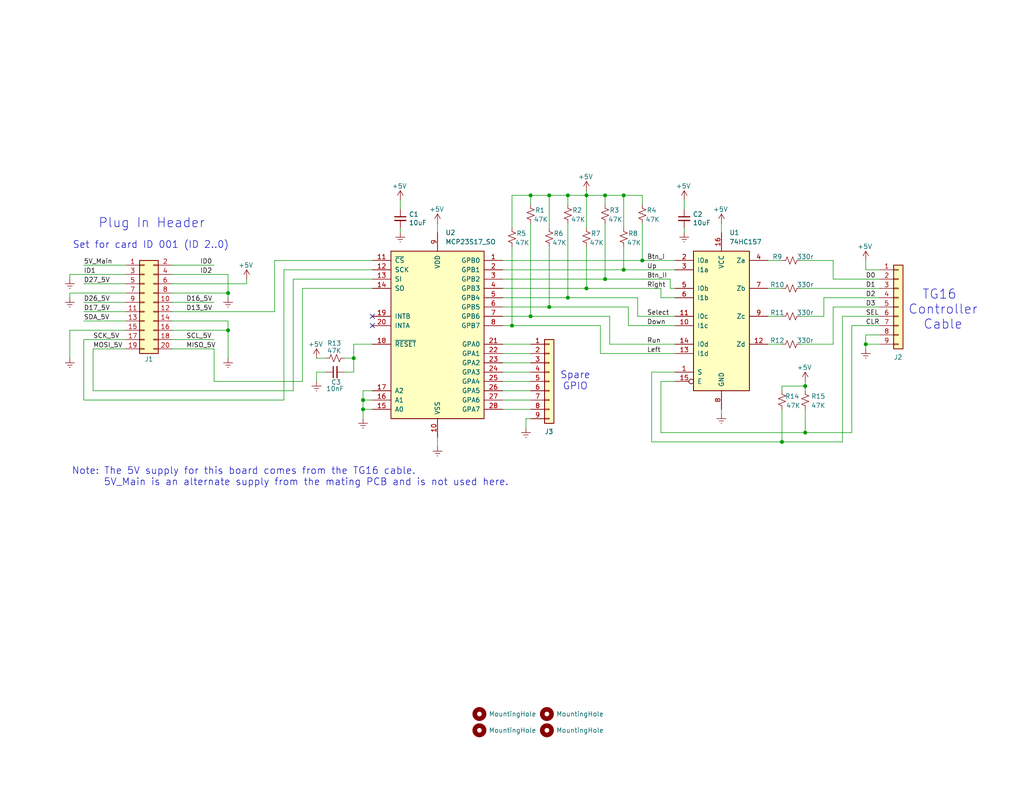
<source format=kicad_sch>
(kicad_sch (version 20250114) (generator "eeschema") (generator_version "9.0")
  (paper "A")
  (title_block (title "TG16 Control Interface") (date "2025-06-09") (rev "1") (company "Gadget Reboot") (comment 1 "https://www.youtube.com/gadgetreboot") (comment 2 "https://github.com/GadgetReboot/TG16_Controller"))
  (lib_symbols
    (symbol "74xx:74LS157" (pin_names (offset 1.016))
      (property "Reference" "U" (at -7.62 19.05 0))
      (property "Value" "74LS157" (at -7.62 -21.59 0))
      (symbol "74LS157_1_0"
        (pin input line (at -12.7 15.24 0) (length 5.08) (name "I0a") (number "2"))
        (pin input line (at -12.7 12.7 0) (length 5.08) (name "I1a") (number "3"))
        (pin input line (at -12.7 7.62 0) (length 5.08) (name "I0b") (number "5"))
        (pin input line (at -12.7 5.08 0) (length 5.08) (name "I1b") (number "6"))
        (pin input line (at -12.7 0 0) (length 5.08) (name "I0c") (number "11"))
        (pin input line (at -12.7 -2.54 0) (length 5.08) (name "I1c") (number "10"))
        (pin input line (at -12.7 -7.62 0) (length 5.08) (name "I0d") (number "14"))
        (pin input line (at -12.7 -10.16 0) (length 5.08) (name "I1d") (number "13"))
        (pin input line (at -12.7 -15.24 0) (length 5.08) (name "S") (number "1"))
        (pin input inverted (at -12.7 -17.78 0) (length 5.08) (name "E") (number "15"))
        (pin power_in line (at 0 22.86 270) (length 5.08) (name "VCC") (number "16"))
        (pin power_in line (at 0 -25.4 90) (length 5.08) (name "GND") (number "8"))
        (pin output line (at 12.7 15.24 180) (length 5.08) (name "Za") (number "4"))
        (pin output line (at 12.7 7.62 180) (length 5.08) (name "Zb") (number "7"))
        (pin output line (at 12.7 0 180) (length 5.08) (name "Zc") (number "9"))
        (pin output line (at 12.7 -7.62 180) (length 5.08) (name "Zd") (number "12"))
      )
      (symbol "74LS157_1_1"
        (rectangle (start -7.62 17.78) (end 7.62 -20.32) (stroke (width 0.254)) (fill (type background)))
      )
    )
    (symbol "Connector_Generic:Conn_01x09" (pin_names (offset 1.016) (hide yes))
      (property "Reference" "J" (at 0 12.7 0))
      (property "Value" "Conn_01x09" (at 0 -12.7 0))
      (symbol "Conn_01x09_1_1"
        (rectangle (start -1.27 11.43) (end 1.27 -11.43) (stroke (width 0.254)) (fill (type background)))
        (rectangle (start -1.27 10.287) (end 0 10.033) (stroke (width 0.1524)))
        (rectangle (start -1.27 7.747) (end 0 7.493) (stroke (width 0.1524)))
        (rectangle (start -1.27 5.207) (end 0 4.953) (stroke (width 0.1524)))
        (rectangle (start -1.27 2.667) (end 0 2.413) (stroke (width 0.1524)))
        (rectangle (start -1.27 0.127) (end 0 -0.127) (stroke (width 0.1524)))
        (rectangle (start -1.27 -2.413) (end 0 -2.667) (stroke (width 0.1524)))
        (rectangle (start -1.27 -4.953) (end 0 -5.207) (stroke (width 0.1524)))
        (rectangle (start -1.27 -7.493) (end 0 -7.747) (stroke (width 0.1524)))
        (rectangle (start -1.27 -10.033) (end 0 -10.287) (stroke (width 0.1524)))
        (pin passive line (at -5.08 10.16 0) (length 3.81) (name "Pin_1") (number "1"))
        (pin passive line (at -5.08 7.62 0) (length 3.81) (name "Pin_2") (number "2"))
        (pin passive line (at -5.08 5.08 0) (length 3.81) (name "Pin_3") (number "3"))
        (pin passive line (at -5.08 2.54 0) (length 3.81) (name "Pin_4") (number "4"))
        (pin passive line (at -5.08 0 0) (length 3.81) (name "Pin_5") (number "5"))
        (pin passive line (at -5.08 -2.54 0) (length 3.81) (name "Pin_6") (number "6"))
        (pin passive line (at -5.08 -5.08 0) (length 3.81) (name "Pin_7") (number "7"))
        (pin passive line (at -5.08 -7.62 0) (length 3.81) (name "Pin_8") (number "8"))
        (pin passive line (at -5.08 -10.16 0) (length 3.81) (name "Pin_9") (number "9"))
      )
    )
    (symbol "Connector_Generic:Conn_02x10_Odd_Even" (pin_names (offset 1.016) (hide yes))
      (property "Reference" "J" (at 1.27 12.7 0))
      (property "Value" "Conn_02x10_Odd_Even" (at 1.27 -15.24 0))
      (symbol "Conn_02x10_Odd_Even_1_1"
        (rectangle (start -1.27 11.43) (end 3.81 -13.97) (stroke (width 0.254)) (fill (type background)))
        (rectangle (start -1.27 10.287) (end 0 10.033) (stroke (width 0.1524)))
        (rectangle (start -1.27 7.747) (end 0 7.493) (stroke (width 0.1524)))
        (rectangle (start -1.27 5.207) (end 0 4.953) (stroke (width 0.1524)))
        (rectangle (start -1.27 2.667) (end 0 2.413) (stroke (width 0.1524)))
        (rectangle (start -1.27 0.127) (end 0 -0.127) (stroke (width 0.1524)))
        (rectangle (start -1.27 -2.413) (end 0 -2.667) (stroke (width 0.1524)))
        (rectangle (start -1.27 -4.953) (end 0 -5.207) (stroke (width 0.1524)))
        (rectangle (start -1.27 -7.493) (end 0 -7.747) (stroke (width 0.1524)))
        (rectangle (start -1.27 -10.033) (end 0 -10.287) (stroke (width 0.1524)))
        (rectangle (start -1.27 -12.573) (end 0 -12.827) (stroke (width 0.1524)))
        (rectangle (start 3.81 10.287) (end 2.54 10.033) (stroke (width 0.1524)))
        (rectangle (start 3.81 7.747) (end 2.54 7.493) (stroke (width 0.1524)))
        (rectangle (start 3.81 5.207) (end 2.54 4.953) (stroke (width 0.1524)))
        (rectangle (start 3.81 2.667) (end 2.54 2.413) (stroke (width 0.1524)))
        (rectangle (start 3.81 0.127) (end 2.54 -0.127) (stroke (width 0.1524)))
        (rectangle (start 3.81 -2.413) (end 2.54 -2.667) (stroke (width 0.1524)))
        (rectangle (start 3.81 -4.953) (end 2.54 -5.207) (stroke (width 0.1524)))
        (rectangle (start 3.81 -7.493) (end 2.54 -7.747) (stroke (width 0.1524)))
        (rectangle (start 3.81 -10.033) (end 2.54 -10.287) (stroke (width 0.1524)))
        (rectangle (start 3.81 -12.573) (end 2.54 -12.827) (stroke (width 0.1524)))
        (pin passive line (at -5.08 10.16 0) (length 3.81) (name "Pin_1") (number "1"))
        (pin passive line (at -5.08 7.62 0) (length 3.81) (name "Pin_3") (number "3"))
        (pin passive line (at -5.08 5.08 0) (length 3.81) (name "Pin_5") (number "5"))
        (pin passive line (at -5.08 2.54 0) (length 3.81) (name "Pin_7") (number "7"))
        (pin passive line (at -5.08 0 0) (length 3.81) (name "Pin_9") (number "9"))
        (pin passive line (at -5.08 -2.54 0) (length 3.81) (name "Pin_11") (number "11"))
        (pin passive line (at -5.08 -5.08 0) (length 3.81) (name "Pin_13") (number "13"))
        (pin passive line (at -5.08 -7.62 0) (length 3.81) (name "Pin_15") (number "15"))
        (pin passive line (at -5.08 -10.16 0) (length 3.81) (name "Pin_17") (number "17"))
        (pin passive line (at -5.08 -12.7 0) (length 3.81) (name "Pin_19") (number "19"))
        (pin passive line (at 7.62 10.16 180) (length 3.81) (name "Pin_2") (number "2"))
        (pin passive line (at 7.62 7.62 180) (length 3.81) (name "Pin_4") (number "4"))
        (pin passive line (at 7.62 5.08 180) (length 3.81) (name "Pin_6") (number "6"))
        (pin passive line (at 7.62 2.54 180) (length 3.81) (name "Pin_8") (number "8"))
        (pin passive line (at 7.62 0 180) (length 3.81) (name "Pin_10") (number "10"))
        (pin passive line (at 7.62 -2.54 180) (length 3.81) (name "Pin_12") (number "12"))
        (pin passive line (at 7.62 -5.08 180) (length 3.81) (name "Pin_14") (number "14"))
        (pin passive line (at 7.62 -7.62 180) (length 3.81) (name "Pin_16") (number "16"))
        (pin passive line (at 7.62 -10.16 180) (length 3.81) (name "Pin_18") (number "18"))
        (pin passive line (at 7.62 -12.7 180) (length 3.81) (name "Pin_20") (number "20"))
      )
    )
    (symbol "Device:C_Small" (pin_numbers (hide yes)) (pin_names (offset 0.254) (hide yes))
      (property "Reference" "C" (at 0.254 1.778 0))
      (property "Value" "C_Small" (at 0.254 -2.032 0))
      (symbol "C_Small_0_1"
        (polyline (pts (xy -1.524 0.508) (xy 1.524 0.508)) (stroke (width 0.3048)))
        (polyline (pts (xy -1.524 -0.508) (xy 1.524 -0.508)) (stroke (width 0.3302)))
      )
      (symbol "C_Small_1_1"
        (pin passive line (at 0 2.54 270) (length 2.032) (name "~") (number "1"))
        (pin passive line (at 0 -2.54 90) (length 2.032) (name "~") (number "2"))
      )
    )
    (symbol "Device:R_Small_US" (pin_numbers (hide yes)) (pin_names (offset 0.254) (hide yes))
      (property "Reference" "R" (at 0.762 0.508 0))
      (property "Value" "R_Small_US" (at 0.762 -1.016 0))
      (symbol "R_Small_US_1_1"
        (polyline (pts (xy 0 1.524) (xy 1.016 1.143) (xy 0 0.762) (xy -1.016 0.381) (xy 0 0)))
        (polyline (pts (xy 0 0) (xy 1.016 -0.381) (xy 0 -0.762) (xy -1.016 -1.143) (xy 0 -1.524)))
        (pin passive line (at 0 2.54 270) (length 1.016) (name "~") (number "1"))
        (pin passive line (at 0 -2.54 90) (length 1.016) (name "~") (number "2"))
      )
    )
    (symbol "GR_PT8211_Breakout-rescue:GNDREF-power" (power) (pin_names (offset 0))
      (property "Value" "power_GNDREF" (at 0 -3.81 0))
      (symbol "GNDREF-power_0_1"
        (polyline (pts (xy -0.635 -1.905) (xy 0.635 -1.905)))
        (polyline (pts (xy -0.127 -2.54) (xy 0.127 -2.54)))
        (polyline (pts (xy 0 -1.27) (xy 0 0)))
        (polyline (pts (xy 1.27 -1.27) (xy -1.27 -1.27)))
      )
      (symbol "GNDREF-power_1_1"
        (pin power_in line (at 0 0 270) (length 0) (hide yes) (name "GNDREF") (number "1"))
      )
    )
    (symbol "Interface_Expansion:MCP23S17_SO" (pin_names (offset 1.016))
      (property "Reference" "U" (at -11.43 24.13 0))
      (property "Value" "MCP23S17_SO" (at 0 0 0))
      (symbol "MCP23S17_SO_0_1"
        (rectangle (start -12.7 22.86) (end 12.7 -22.86) (stroke (width 0.254)) (fill (type background)))
      )
      (symbol "MCP23S17_SO_1_1"
        (pin input line (at -17.78 20.32 0) (length 5.08) (name "~{CS}") (number "11"))
        (pin input line (at -17.78 17.78 0) (length 5.08) (name "SCK") (number "12"))
        (pin input line (at -17.78 15.24 0) (length 5.08) (name "SI") (number "13"))
        (pin output line (at -17.78 12.7 0) (length 5.08) (name "SO") (number "14"))
        (pin tri_state line (at -17.78 5.08 0) (length 5.08) (name "INTB") (number "19"))
        (pin tri_state line (at -17.78 2.54 0) (length 5.08) (name "INTA") (number "20"))
        (pin input line (at -17.78 -2.54 0) (length 5.08) (name "~{RESET}") (number "18"))
        (pin input line (at -17.78 -15.24 0) (length 5.08) (name "A2") (number "17"))
        (pin input line (at -17.78 -17.78 0) (length 5.08) (name "A1") (number "16"))
        (pin input line (at -17.78 -20.32 0) (length 5.08) (name "A0") (number "15"))
        (pin power_in line (at 0 27.94 270) (length 5.08) (name "VDD") (number "9"))
        (pin power_in line (at 0 -27.94 90) (length 5.08) (name "VSS") (number "10"))
        (pin bidirectional line (at 17.78 20.32 180) (length 5.08) (name "GPB0") (number "1"))
        (pin bidirectional line (at 17.78 17.78 180) (length 5.08) (name "GPB1") (number "2"))
        (pin bidirectional line (at 17.78 15.24 180) (length 5.08) (name "GPB2") (number "3"))
        (pin bidirectional line (at 17.78 12.7 180) (length 5.08) (name "GPB3") (number "4"))
        (pin bidirectional line (at 17.78 10.16 180) (length 5.08) (name "GPB4") (number "5"))
        (pin bidirectional line (at 17.78 7.62 180) (length 5.08) (name "GPB5") (number "6"))
        (pin bidirectional line (at 17.78 5.08 180) (length 5.08) (name "GPB6") (number "7"))
        (pin bidirectional line (at 17.78 2.54 180) (length 5.08) (name "GPB7") (number "8"))
        (pin bidirectional line (at 17.78 -2.54 180) (length 5.08) (name "GPA0") (number "21"))
        (pin bidirectional line (at 17.78 -5.08 180) (length 5.08) (name "GPA1") (number "22"))
        (pin bidirectional line (at 17.78 -7.62 180) (length 5.08) (name "GPA2") (number "23"))
        (pin bidirectional line (at 17.78 -10.16 180) (length 5.08) (name "GPA3") (number "24"))
        (pin bidirectional line (at 17.78 -12.7 180) (length 5.08) (name "GPA4") (number "25"))
        (pin bidirectional line (at 17.78 -15.24 180) (length 5.08) (name "GPA5") (number "26"))
        (pin bidirectional line (at 17.78 -17.78 180) (length 5.08) (name "GPA6") (number "27"))
        (pin bidirectional line (at 17.78 -20.32 180) (length 5.08) (name "GPA7") (number "28"))
      )
    )
    (symbol "Mechanical:MountingHole" (pin_names (offset 1.016)) (exclude_from_sim yes) (in_bom no)
      (property "Reference" "H" (at 0 5.08 0))
      (property "Value" "MountingHole" (at 0 3.175 0))
      (symbol "MountingHole_0_1"
        (circle (center 0 0) (radius 1.27) (stroke (width 1.27)))
      )
    )
    (symbol "power:+5V" (power) (pin_numbers (hide yes)) (pin_names (offset 0) (hide yes))
      (property "Value" "+5V" (at 0 3.556 0))
      (symbol "+5V_0_1"
        (polyline (pts (xy -0.762 1.27) (xy 0 2.54)))
        (polyline (pts (xy 0 2.54) (xy 0.762 1.27)))
        (polyline (pts (xy 0 0) (xy 0 2.54)))
      )
      (symbol "+5V_1_1"
        (pin power_in line (at 0 0 90) (length 0) (name "~") (number "1"))
      )
    )
  )
  (text "Spare\nGPIO" (at 156.972 106.68 0) (effects (font (size 1.905 1.905)) (justify bottom)))
  (text "TG16 \nController\nCable" (at 257.302 90.17 0) (effects (font (size 2.54 2.54)) (justify bottom)))
  (text "Set for card ID 001 (ID 2..0)" (at 41.148 68.072 0) (effects (font (size 1.905 1.905)) (justify bottom)))
  (text "Plug In Header" (at 41.402 62.484 0) (effects (font (size 2.54 2.54)) (justify bottom)))
  (text "Note: The 5V supply for this board comes from the TG16 cable.\n      5V_Main is an alternate supply from the mating PCB and is not used here." (at 19.558 132.842 0) (effects (font (size 1.905 1.905)) (justify left bottom)))
  (junction (at 144.78 53.34))
  (junction (at 165.1 53.34))
  (junction (at 154.94 53.34))
  (junction (at 62.23 90.17))
  (junction (at 170.18 53.34))
  (junction (at 99.06 109.22))
  (junction (at 149.86 83.82))
  (junction (at 96.52 97.79))
  (junction (at 160.02 53.34))
  (junction (at 175.26 71.12))
  (junction (at 139.7 88.9))
  (junction (at 219.71 118.11))
  (junction (at 236.22 93.98))
  (junction (at 165.1 76.2))
  (junction (at 154.94 81.28))
  (junction (at 213.36 120.65))
  (junction (at 160.02 78.74))
  (junction (at 149.86 53.34))
  (junction (at 219.71 105.41))
  (junction (at 144.78 86.36))
  (junction (at 99.06 111.76))
  (junction (at 62.23 80.01))
  (junction (at 170.18 73.66))
  (no_connect (at 101.6 88.9))
  (no_connect (at 101.6 86.36))
  (wire (pts (xy 25.4 95.25) (xy 34.29 95.25)))
  (wire (pts (xy 184.15 88.9) (xy 171.45 88.9)))
  (wire (pts (xy 224.79 86.36) (xy 218.44 86.36)))
  (wire (pts (xy 219.71 118.11) (xy 232.41 118.11)))
  (wire (pts (xy 22.86 109.22) (xy 22.86 92.71)))
  (wire (pts (xy 170.18 67.31) (xy 170.18 73.66)))
  (wire (pts (xy 236.22 71.12) (xy 236.22 73.66)))
  (wire (pts (xy 74.93 71.12) (xy 74.93 85.09)))
  (wire (pts (xy 119.38 119.38) (xy 119.38 121.92)))
  (wire (pts (xy 219.71 105.41) (xy 219.71 106.68)))
  (wire (pts (xy 62.23 87.63) (xy 62.23 90.17)))
  (wire (pts (xy 182.88 78.74) (xy 182.88 76.2)))
  (wire (pts (xy 22.86 87.63) (xy 34.29 87.63)))
  (wire (pts (xy 58.42 95.25) (xy 58.42 104.14)))
  (wire (pts (xy 58.42 104.14) (xy 82.55 104.14)))
  (wire (pts (xy 165.1 60.96) (xy 165.1 76.2)))
  (wire (pts (xy 62.23 80.01) (xy 62.23 81.28)))
  (wire (pts (xy 19.05 74.93) (xy 19.05 76.2)))
  (wire (pts (xy 137.16 73.66) (xy 170.18 73.66)))
  (wire (pts (xy 180.34 104.14) (xy 184.15 104.14)))
  (wire (pts (xy 46.99 85.09) (xy 74.93 85.09)))
  (wire (pts (xy 160.02 78.74) (xy 137.16 78.74)))
  (wire (pts (xy 182.88 76.2) (xy 165.1 76.2)))
  (wire (pts (xy 143.51 114.3) (xy 143.51 116.84)))
  (wire (pts (xy 227.33 93.98) (xy 227.33 83.82)))
  (wire (pts (xy 19.05 74.93) (xy 34.29 74.93)))
  (wire (pts (xy 99.06 109.22) (xy 101.6 109.22)))
  (wire (pts (xy 46.99 92.71) (xy 58.42 92.71)))
  (wire (pts (xy 166.37 93.98) (xy 166.37 86.36)))
  (wire (pts (xy 99.06 111.76) (xy 99.06 114.3)))
  (wire (pts (xy 160.02 52.07) (xy 160.02 53.34)))
  (wire (pts (xy 22.86 85.09) (xy 34.29 85.09)))
  (wire (pts (xy 19.05 90.17) (xy 34.29 90.17)))
  (wire (pts (xy 229.87 86.36) (xy 240.03 86.36)))
  (wire (pts (xy 177.8 120.65) (xy 213.36 120.65)))
  (wire (pts (xy 99.06 106.68) (xy 99.06 109.22)))
  (wire (pts (xy 144.78 86.36) (xy 137.16 86.36)))
  (wire (pts (xy 144.78 60.96) (xy 144.78 86.36)))
  (wire (pts (xy 184.15 81.28) (xy 180.34 81.28)))
  (wire (pts (xy 160.02 67.31) (xy 160.02 78.74)))
  (wire (pts (xy 144.78 111.76) (xy 137.16 111.76)))
  (wire (pts (xy 144.78 109.22) (xy 137.16 109.22)))
  (wire (pts (xy 93.98 97.79) (xy 96.52 97.79)))
  (wire (pts (xy 154.94 60.96) (xy 154.94 81.28)))
  (wire (pts (xy 144.78 96.52) (xy 137.16 96.52)))
  (wire (pts (xy 165.1 55.88) (xy 165.1 53.34)))
  (wire (pts (xy 137.16 88.9) (xy 139.7 88.9)))
  (wire (pts (xy 163.83 96.52) (xy 163.83 88.9)))
  (wire (pts (xy 46.99 80.01) (xy 62.23 80.01)))
  (wire (pts (xy 166.37 86.36) (xy 144.78 86.36)))
  (wire (pts (xy 213.36 105.41) (xy 219.71 105.41)))
  (wire (pts (xy 213.36 111.76) (xy 213.36 120.65)))
  (wire (pts (xy 170.18 73.66) (xy 184.15 73.66)))
  (wire (pts (xy 236.22 93.98) (xy 240.03 93.98)))
  (wire (pts (xy 184.15 93.98) (xy 166.37 93.98)))
  (wire (pts (xy 175.26 71.12) (xy 184.15 71.12)))
  (wire (pts (xy 22.86 72.39) (xy 34.29 72.39)))
  (wire (pts (xy 88.9 101.6) (xy 86.36 101.6)))
  (wire (pts (xy 82.55 78.74) (xy 101.6 78.74)))
  (wire (pts (xy 186.69 54.61) (xy 186.69 57.15)))
  (wire (pts (xy 144.78 99.06) (xy 137.16 99.06)))
  (wire (pts (xy 139.7 88.9) (xy 163.83 88.9)))
  (wire (pts (xy 86.36 97.79) (xy 88.9 97.79)))
  (wire (pts (xy 154.94 53.34) (xy 160.02 53.34)))
  (wire (pts (xy 186.69 63.5) (xy 186.69 62.23)))
  (wire (pts (xy 232.41 88.9) (xy 232.41 118.11)))
  (wire (pts (xy 224.79 81.28) (xy 240.03 81.28)))
  (wire (pts (xy 144.78 114.3) (xy 143.51 114.3)))
  (wire (pts (xy 232.41 88.9) (xy 240.03 88.9)))
  (wire (pts (xy 93.98 101.6) (xy 96.52 101.6)))
  (wire (pts (xy 25.4 106.68) (xy 25.4 95.25)))
  (wire (pts (xy 175.26 53.34) (xy 170.18 53.34)))
  (wire (pts (xy 86.36 101.6) (xy 86.36 104.14)))
  (wire (pts (xy 177.8 120.65) (xy 177.8 101.6)))
  (wire (pts (xy 99.06 111.76) (xy 101.6 111.76)))
  (wire (pts (xy 218.44 93.98) (xy 227.33 93.98)))
  (wire (pts (xy 227.33 83.82) (xy 240.03 83.82)))
  (wire (pts (xy 144.78 53.34) (xy 144.78 55.88)))
  (wire (pts (xy 149.86 67.31) (xy 149.86 83.82)))
  (wire (pts (xy 180.34 118.11) (xy 219.71 118.11)))
  (wire (pts (xy 109.22 63.5) (xy 109.22 62.23)))
  (wire (pts (xy 82.55 104.14) (xy 82.55 78.74)))
  (wire (pts (xy 165.1 53.34) (xy 160.02 53.34)))
  (wire (pts (xy 19.05 80.01) (xy 19.05 81.28)))
  (wire (pts (xy 149.86 53.34) (xy 154.94 53.34)))
  (wire (pts (xy 224.79 81.28) (xy 224.79 86.36)))
  (wire (pts (xy 99.06 109.22) (xy 99.06 111.76)))
  (wire (pts (xy 144.78 101.6) (xy 137.16 101.6)))
  (wire (pts (xy 240.03 91.44) (xy 236.22 91.44)))
  (wire (pts (xy 171.45 83.82) (xy 149.86 83.82)))
  (wire (pts (xy 22.86 92.71) (xy 34.29 92.71)))
  (wire (pts (xy 219.71 104.14) (xy 219.71 105.41)))
  (wire (pts (xy 184.15 96.52) (xy 163.83 96.52)))
  (wire (pts (xy 175.26 60.96) (xy 175.26 71.12)))
  (wire (pts (xy 137.16 71.12) (xy 175.26 71.12)))
  (wire (pts (xy 101.6 76.2) (xy 80.01 76.2)))
  (wire (pts (xy 218.44 78.74) (xy 240.03 78.74)))
  (wire (pts (xy 171.45 88.9) (xy 171.45 83.82)))
  (wire (pts (xy 139.7 53.34) (xy 144.78 53.34)))
  (wire (pts (xy 154.94 81.28) (xy 137.16 81.28)))
  (wire (pts (xy 144.78 106.68) (xy 137.16 106.68)))
  (wire (pts (xy 175.26 55.88) (xy 175.26 53.34)))
  (wire (pts (xy 227.33 76.2) (xy 227.33 71.12)))
  (wire (pts (xy 80.01 106.68) (xy 25.4 106.68)))
  (wire (pts (xy 213.36 71.12) (xy 209.55 71.12)))
  (wire (pts (xy 96.52 93.98) (xy 101.6 93.98)))
  (wire (pts (xy 236.22 93.98) (xy 236.22 95.25)))
  (wire (pts (xy 227.33 76.2) (xy 240.03 76.2)))
  (wire (pts (xy 219.71 111.76) (xy 219.71 118.11)))
  (wire (pts (xy 46.99 72.39) (xy 58.42 72.39)))
  (wire (pts (xy 101.6 106.68) (xy 99.06 106.68)))
  (wire (pts (xy 109.22 54.61) (xy 109.22 57.15)))
  (wire (pts (xy 149.86 83.82) (xy 137.16 83.82)))
  (wire (pts (xy 184.15 86.36) (xy 173.99 86.36)))
  (wire (pts (xy 19.05 90.17) (xy 19.05 97.79)))
  (wire (pts (xy 213.36 120.65) (xy 229.87 120.65)))
  (wire (pts (xy 180.34 118.11) (xy 180.34 104.14)))
  (wire (pts (xy 101.6 73.66) (xy 77.47 73.66)))
  (wire (pts (xy 196.85 60.96) (xy 196.85 63.5)))
  (wire (pts (xy 46.99 77.47) (xy 67.31 77.47)))
  (wire (pts (xy 77.47 73.66) (xy 77.47 109.22)))
  (wire (pts (xy 46.99 87.63) (xy 62.23 87.63)))
  (wire (pts (xy 180.34 81.28) (xy 180.34 78.74)))
  (wire (pts (xy 96.52 97.79) (xy 96.52 93.98)))
  (wire (pts (xy 119.38 60.96) (xy 119.38 63.5)))
  (wire (pts (xy 46.99 95.25) (xy 58.42 95.25)))
  (wire (pts (xy 96.52 101.6) (xy 96.52 97.79)))
  (wire (pts (xy 236.22 73.66) (xy 240.03 73.66)))
  (wire (pts (xy 22.86 77.47) (xy 34.29 77.47)))
  (wire (pts (xy 170.18 62.23) (xy 170.18 53.34)))
  (wire (pts (xy 62.23 97.79) (xy 62.23 90.17)))
  (wire (pts (xy 177.8 101.6) (xy 184.15 101.6)))
  (wire (pts (xy 46.99 74.93) (xy 62.23 74.93)))
  (wire (pts (xy 213.36 86.36) (xy 209.55 86.36)))
  (wire (pts (xy 101.6 71.12) (xy 74.93 71.12)))
  (wire (pts (xy 144.78 104.14) (xy 137.16 104.14)))
  (wire (pts (xy 154.94 53.34) (xy 154.94 55.88)))
  (wire (pts (xy 22.86 82.55) (xy 34.29 82.55)))
  (wire (pts (xy 160.02 53.34) (xy 160.02 62.23)))
  (wire (pts (xy 46.99 82.55) (xy 58.42 82.55)))
  (wire (pts (xy 209.55 78.74) (xy 213.36 78.74)))
  (wire (pts (xy 46.99 90.17) (xy 62.23 90.17)))
  (wire (pts (xy 173.99 81.28) (xy 154.94 81.28)))
  (wire (pts (xy 170.18 53.34) (xy 165.1 53.34)))
  (wire (pts (xy 209.55 93.98) (xy 213.36 93.98)))
  (wire (pts (xy 173.99 86.36) (xy 173.99 81.28)))
  (wire (pts (xy 144.78 53.34) (xy 149.86 53.34)))
  (wire (pts (xy 139.7 67.31) (xy 139.7 88.9)))
  (wire (pts (xy 213.36 106.68) (xy 213.36 105.41)))
  (wire (pts (xy 144.78 93.98) (xy 137.16 93.98)))
  (wire (pts (xy 165.1 76.2) (xy 137.16 76.2)))
  (wire (pts (xy 62.23 74.93) (xy 62.23 80.01)))
  (wire (pts (xy 236.22 91.44) (xy 236.22 93.98)))
  (wire (pts (xy 196.85 111.76) (xy 196.85 113.03)))
  (wire (pts (xy 77.47 109.22) (xy 22.86 109.22)))
  (wire (pts (xy 67.31 77.47) (xy 67.31 76.2)))
  (wire (pts (xy 19.05 80.01) (xy 34.29 80.01)))
  (wire (pts (xy 180.34 78.74) (xy 160.02 78.74)))
  (wire (pts (xy 80.01 76.2) (xy 80.01 106.68)))
  (wire (pts (xy 229.87 86.36) (xy 229.87 120.65)))
  (wire (pts (xy 218.44 71.12) (xy 227.33 71.12)))
  (wire (pts (xy 139.7 62.23) (xy 139.7 53.34)))
  (wire (pts (xy 184.15 78.74) (xy 182.88 78.74)))
  (wire (pts (xy 149.86 53.34) (xy 149.86 62.23)))
  (label "Up" (at 176.53 73.66 0))
  (label "5V_Main" (at 22.86 72.39 0))
  (label "MOSI_5V" (at 25.4 95.25 0))
  (label "Left" (at 176.53 96.52 0))
  (label "ID1" (at 22.86 74.93 0))
  (label "D0" (at 236.22 76.2 0))
  (label "Btn_I" (at 176.53 71.12 0))
  (label "Down" (at 176.53 88.9 0))
  (label "Select" (at 176.53 86.36 0))
  (label "SCK_5V" (at 25.4 92.71 0))
  (label "SDA_5V" (at 22.86 87.63 0))
  (label "D16_5V" (at 50.8 82.55 0))
  (label "SCL_5V" (at 50.8 92.71 0))
  (label "CLR" (at 236.22 88.9 0))
  (label "MISO_5V" (at 50.8 95.25 0))
  (label "D2" (at 236.22 81.28 0))
  (label "D13_5V" (at 50.8 85.09 0))
  (label "Btn_II" (at 176.53 76.2 0))
  (label "SEL" (at 236.22 86.36 0))
  (label "D17_5V" (at 22.86 85.09 0))
  (label "ID2" (at 54.61 74.93 0))
  (label "ID0" (at 54.61 72.39 0))
  (label "Run" (at 176.53 93.98 0))
  (label "D3" (at 236.22 83.82 0))
  (label "D1" (at 236.22 78.74 0))
  (label "D27_5V" (at 22.86 77.47 0))
  (label "D26_5V" (at 22.86 82.55 0))
  (label "Right" (at 176.53 78.74 0))
  (symbol (lib_id "Mechanical:MountingHole") (at 149.225 194.945 0) (unit 1)
    (property "Reference" "H2" (effects (hide yes)))
    (property "Value" "MountingHole" (at 151.765 194.945 0) (effects (justify left)))
    (property "Footprint" "MountingHole:MountingHole_3.5mm" (effects (hide yes)))
  )
  (symbol (lib_id "Mechanical:MountingHole") (at 149.225 199.39 0) (unit 1)
    (property "Reference" "H4" (effects (hide yes)))
    (property "Value" "MountingHole" (at 151.765 199.39 0) (effects (justify left)))
    (property "Footprint" "MountingHole:MountingHole_3.5mm" (effects (hide yes)))
  )
  (symbol (lib_id "Mechanical:MountingHole") (at 130.81 194.945 0) (unit 1)
    (property "Reference" "H1" (effects (hide yes)))
    (property "Value" "MountingHole" (at 133.35 194.945 0) (effects (justify left)))
    (property "Footprint" "MountingHole:MountingHole_3.5mm" (effects (hide yes)))
  )
  (symbol (lib_id "Mechanical:MountingHole") (at 130.81 199.39 0) (unit 1)
    (property "Reference" "H3" (effects (hide yes)))
    (property "Value" "MountingHole" (at 133.35 199.39 0) (effects (justify left)))
    (property "Footprint" "MountingHole:MountingHole_3.5mm" (effects (hide yes)))
  )
  (symbol (lib_id "Device:R_Small_US") (at 165.1 58.42 0) (unit 1)
    (property "Reference" "R3" (at 167.64 57.404 0))
    (property "Value" "47K" (at 167.894 59.944 0))
    (property "Footprint" "Resistor_SMD:R_0805_2012Metric_Pad1.20x1.40mm_HandSolder" (effects (hide yes)))
  )
  (symbol (lib_id "GR_PT8211_Breakout-rescue:GNDREF-power") (at 236.22 95.25 0) (unit 1)
    (property "Reference" "#PWR012" (effects (hide yes)))
    (property "Value" "GNDREF" (effects (hide yes)))
  )
  (symbol (lib_id "GR_PT8211_Breakout-rescue:GNDREF-power") (at 19.05 76.2 0) (unit 1)
    (property "Reference" "#PWR08" (effects (hide yes)))
    (property "Value" "GNDREF" (effects (hide yes)))
  )
  (symbol (lib_id "GR_PT8211_Breakout-rescue:GNDREF-power") (at 143.51 116.84 0) (unit 1)
    (property "Reference" "#PWR020" (effects (hide yes)))
    (property "Value" "GNDREF" (effects (hide yes)))
  )
  (symbol (lib_id "Device:C_Small") (at 109.22 59.69 0) (unit 1)
    (property "Reference" "C1" (at 111.5568 58.5216 0) (effects (justify left)))
    (property "Value" "10uF" (at 111.5568 60.833 0) (effects (justify left)))
    (property "Footprint" "Capacitor_SMD:C_0805_2012Metric_Pad1.18x1.45mm_HandSolder" (effects (hide yes)))
  )
  (symbol (lib_id "Device:R_Small_US") (at 219.71 109.22 0) (unit 1)
    (property "Reference" "R15" (at 223.266 108.204 0))
    (property "Value" "47K" (at 223.266 110.744 0))
    (property "Footprint" "Resistor_SMD:R_0805_2012Metric_Pad1.20x1.40mm_HandSolder" (effects (hide yes)))
  )
  (symbol (lib_id "Device:R_Small_US") (at 215.9 78.74 90) (unit 1)
    (property "Reference" "R10" (at 212.09 77.724 90))
    (property "Value" "330r" (at 219.71 77.724 90))
    (property "Footprint" "Resistor_SMD:R_0805_2012Metric_Pad1.20x1.40mm_HandSolder" (effects (hide yes)))
  )
  (symbol (lib_id "power:+5V") (at 196.85 60.96 0) (unit 1)
    (property "Reference" "#PWR022" (effects (hide yes)))
    (property "Value" "+5V" (at 196.596 57.15 0))
    (property "Description" "Power symbol creates a global label with name \"+5V\"" (effects (hide yes)))
  )
  (symbol (lib_id "power:+5V") (at 186.69 54.61 0) (unit 1)
    (property "Reference" "#PWR03" (effects (hide yes)))
    (property "Value" "+5V" (at 186.436 50.8 0))
    (property "Description" "Power symbol creates a global label with name \"+5V\"" (effects (hide yes)))
  )
  (symbol (lib_id "power:+5V") (at 219.71 104.14 0) (unit 1)
    (property "Reference" "#PWR017" (effects (hide yes)))
    (property "Value" "+5V" (at 219.456 100.33 0))
    (property "Description" "Power symbol creates a global label with name \"+5V\"" (effects (hide yes)))
  )
  (symbol (lib_id "Device:R_Small_US") (at 213.36 109.22 0) (unit 1)
    (property "Reference" "R14" (at 216.154 108.204 0))
    (property "Value" "47K" (at 216.408 110.744 0))
    (property "Footprint" "Resistor_SMD:R_0805_2012Metric_Pad1.20x1.40mm_HandSolder" (effects (hide yes)))
  )
  (symbol (lib_id "power:+5V") (at 67.31 76.2 0) (unit 1)
    (property "Reference" "#PWR09" (effects (hide yes)))
    (property "Value" "+5V" (at 67.056 72.39 0))
    (property "Description" "Power symbol creates a global label with name \"+5V\"" (effects (hide yes)))
  )
  (symbol (lib_id "power:+5V") (at 236.22 71.12 0) (unit 1)
    (property "Reference" "#PWR07" (effects (hide yes)))
    (property "Value" "+5V" (at 235.966 67.31 0))
    (property "Description" "Power symbol creates a global label with name \"+5V\"" (effects (hide yes)))
  )
  (symbol (lib_id "GR_PT8211_Breakout-rescue:GNDREF-power") (at 196.85 113.03 0) (unit 1)
    (property "Reference" "#PWR018" (effects (hide yes)))
    (property "Value" "GNDREF" (effects (hide yes)))
  )
  (symbol (lib_id "Device:R_Small_US") (at 91.44 97.79 90) (unit 1)
    (property "Reference" "R13" (at 91.186 93.726 90))
    (property "Value" "47K" (at 91.186 95.758 90))
    (property "Footprint" "Resistor_SMD:R_0805_2012Metric_Pad1.20x1.40mm_HandSolder" (effects (hide yes)))
  )
  (symbol (lib_id "Device:R_Small_US") (at 215.9 93.98 90) (unit 1)
    (property "Reference" "R12" (at 212.09 92.964 90))
    (property "Value" "330r" (at 219.71 92.964 90))
    (property "Footprint" "Resistor_SMD:R_0805_2012Metric_Pad1.20x1.40mm_HandSolder" (effects (hide yes)))
  )
  (symbol (lib_id "Device:R_Small_US") (at 149.86 64.77 0) (unit 1)
    (property "Reference" "R6" (at 152.4 63.754 0))
    (property "Value" "47K" (at 152.654 66.294 0))
    (property "Footprint" "Resistor_SMD:R_0805_2012Metric_Pad1.20x1.40mm_HandSolder" (effects (hide yes)))
  )
  (symbol (lib_id "Connector_Generic:Conn_01x09") (at 245.11 83.82 0) (unit 1)
    (property "Reference" "J2" (at 243.84 97.5359 0) (effects (justify left)))
    (property "Value" "Conn_01x09" (effects (hide yes)))
    (property "Footprint" "Connector_JST:JST_XH_S9B-XH-A_1x09_P2.50mm_Horizontal" (effects (hide yes)))
    (property "Description" "Generic connector, single row, 01x09, script generated (kicad-library-utils/schlib/autogen/connector/)" (effects (hide yes)))
  )
  (symbol (lib_id "GR_PT8211_Breakout-rescue:GNDREF-power") (at 19.05 97.79 0) (unit 1)
    (property "Reference" "#PWR013" (effects (hide yes)))
    (property "Value" "GNDREF" (effects (hide yes)))
  )
  (symbol (lib_id "GR_PT8211_Breakout-rescue:GNDREF-power") (at 62.23 81.28 0) (unit 1)
    (property "Reference" "#PWR011" (effects (hide yes)))
    (property "Value" "GNDREF" (effects (hide yes)))
  )
  (symbol (lib_id "Device:R_Small_US") (at 215.9 71.12 90) (unit 1)
    (property "Reference" "R9" (at 212.09 70.104 90))
    (property "Value" "330r" (at 219.71 70.104 90))
    (property "Footprint" "Resistor_SMD:R_0805_2012Metric_Pad1.20x1.40mm_HandSolder" (effects (hide yes)))
  )
  (symbol (lib_id "Device:R_Small_US") (at 154.94 58.42 0) (unit 1)
    (property "Reference" "R2" (at 157.48 57.404 0))
    (property "Value" "47K" (at 157.734 59.944 0))
    (property "Footprint" "Resistor_SMD:R_0805_2012Metric_Pad1.20x1.40mm_HandSolder" (effects (hide yes)))
  )
  (symbol (lib_id "Device:R_Small_US") (at 215.9 86.36 90) (unit 1)
    (property "Reference" "R11" (at 212.09 85.344 90))
    (property "Value" "330r" (at 219.71 85.344 90))
    (property "Footprint" "Resistor_SMD:R_0805_2012Metric_Pad1.20x1.40mm_HandSolder" (effects (hide yes)))
  )
  (symbol (lib_id "Device:C_Small") (at 91.44 101.6 90) (unit 1)
    (property "Reference" "C3" (at 93.0656 104.3432 90) (effects (justify left)))
    (property "Value" "10nF" (at 93.853 106.1212 90) (effects (justify left)))
    (property "Footprint" "Capacitor_SMD:C_0805_2012Metric_Pad1.18x1.45mm_HandSolder" (effects (hide yes)))
  )
  (symbol (lib_id "Device:C_Small") (at 186.69 59.69 0) (unit 1)
    (property "Reference" "C2" (at 189.0268 58.5216 0) (effects (justify left)))
    (property "Value" "10uF" (at 189.0268 60.833 0) (effects (justify left)))
    (property "Footprint" "Capacitor_SMD:C_0805_2012Metric_Pad1.18x1.45mm_HandSolder" (effects (hide yes)))
  )
  (symbol (lib_id "power:+5V") (at 119.38 60.96 0) (unit 1)
    (property "Reference" "#PWR04" (effects (hide yes)))
    (property "Value" "+5V" (at 119.126 57.15 0))
    (property "Description" "Power symbol creates a global label with name \"+5V\"" (effects (hide yes)))
  )
  (symbol (lib_id "GR_PT8211_Breakout-rescue:GNDREF-power") (at 99.06 114.3 0) (unit 1)
    (property "Reference" "#PWR019" (effects (hide yes)))
    (property "Value" "GNDREF" (effects (hide yes)))
  )
  (symbol (lib_id "Device:R_Small_US") (at 160.02 64.77 0) (unit 1)
    (property "Reference" "R7" (at 162.56 63.754 0))
    (property "Value" "47K" (at 162.814 66.294 0))
    (property "Footprint" "Resistor_SMD:R_0805_2012Metric_Pad1.20x1.40mm_HandSolder" (effects (hide yes)))
  )
  (symbol (lib_id "Connector_Generic:Conn_02x10_Odd_Even") (at 39.37 82.55 0) (unit 1)
    (property "Reference" "J1" (at 40.64 98.044 0))
    (property "Value" "Conn_02x10_Odd_Even" (effects (hide yes)))
    (property "Footprint" "Connector_PinHeader_2.54mm:PinHeader_2x10_P2.54mm_Horizontal" (effects (hide yes)))
    (property "Description" "Generic connector, double row, 02x10, odd/even pin numbering scheme (row 1 odd numbers, row 2 even numbers), script generated (kicad-library-utils/schlib/autogen/connector/)" (effects (hide yes)))
  )
  (symbol (lib_id "power:+5V") (at 86.36 97.79 0) (unit 1)
    (property "Reference" "#PWR015" (effects (hide yes)))
    (property "Value" "+5V" (at 86.106 93.98 0))
    (property "Description" "Power symbol creates a global label with name \"+5V\"" (effects (hide yes)))
  )
  (symbol (lib_id "GR_PT8211_Breakout-rescue:GNDREF-power") (at 109.22 63.5 0) (unit 1)
    (property "Reference" "#PWR05" (effects (hide yes)))
    (property "Value" "GNDREF" (effects (hide yes)))
  )
  (symbol (lib_id "GR_PT8211_Breakout-rescue:GNDREF-power") (at 119.38 121.92 0) (unit 1)
    (property "Reference" "#PWR021" (effects (hide yes)))
    (property "Value" "GNDREF" (effects (hide yes)))
  )
  (symbol (lib_id "GR_PT8211_Breakout-rescue:GNDREF-power") (at 86.36 104.14 0) (unit 1)
    (property "Reference" "#PWR016" (effects (hide yes)))
    (property "Value" "GNDREF" (effects (hide yes)))
  )
  (symbol (lib_id "74xx:74LS157") (at 196.85 86.36 0) (unit 1)
    (property "Reference" "U1" (at 198.9933 63.5 0) (effects (justify left)))
    (property "Value" "74HC157" (at 198.9933 66.04 0) (effects (justify left)))
    (property "Footprint" "Package_SO:SO-16_3.9x9.9mm_P1.27mm" (effects (hide yes)))
    (property "Datasheet" "http://www.ti.com/lit/gpn/sn74LS157" (effects (hide yes)))
    (property "Description" "Quad 2 to 1 line Multiplexer" (effects (hide yes)))
  )
  (symbol (lib_id "Interface_Expansion:MCP23S17_SO") (at 119.38 91.44 0) (unit 1)
    (property "Reference" "U2" (at 121.5233 63.5 0) (effects (justify left)))
    (property "Value" "MCP23S17_SO" (at 121.5233 66.04 0) (effects (justify left)))
    (property "Footprint" "Package_SO:SOIC-28W_7.5x17.9mm_P1.27mm" (effects (hide yes)))
    (property "Datasheet" "http://ww1.microchip.com/downloads/en/DeviceDoc/20001952C.pdf" (effects (hide yes)))
    (property "Description" "16-bit I/O expander, SPI, interrupts, w pull-ups, SOIC-28" (effects (hide yes)))
  )
  (symbol (lib_id "GR_PT8211_Breakout-rescue:GNDREF-power") (at 186.69 63.5 0) (unit 1)
    (property "Reference" "#PWR06" (effects (hide yes)))
    (property "Value" "GNDREF" (effects (hide yes)))
  )
  (symbol (lib_id "Device:R_Small_US") (at 170.18 64.77 0) (unit 1)
    (property "Reference" "R8" (at 172.72 63.754 0))
    (property "Value" "47K" (at 172.974 66.294 0))
    (property "Footprint" "Resistor_SMD:R_0805_2012Metric_Pad1.20x1.40mm_HandSolder" (effects (hide yes)))
  )
  (symbol (lib_id "Device:R_Small_US") (at 144.78 58.42 0) (unit 1)
    (property "Reference" "R1" (at 147.32 57.404 0))
    (property "Value" "47K" (at 147.574 59.944 0))
    (property "Footprint" "Resistor_SMD:R_0805_2012Metric_Pad1.20x1.40mm_HandSolder" (effects (hide yes)))
  )
  (symbol (lib_id "Device:R_Small_US") (at 139.7 64.77 0) (unit 1)
    (property "Reference" "R5" (at 142.24 63.754 0))
    (property "Value" "47K" (at 142.494 66.294 0))
    (property "Footprint" "Resistor_SMD:R_0805_2012Metric_Pad1.20x1.40mm_HandSolder" (effects (hide yes)))
  )
  (symbol (lib_id "GR_PT8211_Breakout-rescue:GNDREF-power") (at 19.05 81.28 0) (unit 1)
    (property "Reference" "#PWR010" (effects (hide yes)))
    (property "Value" "GNDREF" (effects (hide yes)))
  )
  (symbol (lib_id "power:+5V") (at 160.02 52.07 0) (unit 1)
    (property "Reference" "#PWR01" (effects (hide yes)))
    (property "Value" "+5V" (at 159.766 48.26 0))
    (property "Description" "Power symbol creates a global label with name \"+5V\"" (effects (hide yes)))
  )
  (symbol (lib_id "power:+5V") (at 109.22 54.61 0) (unit 1)
    (property "Reference" "#PWR02" (effects (hide yes)))
    (property "Value" "+5V" (at 108.966 50.8 0))
    (property "Description" "Power symbol creates a global label with name \"+5V\"" (effects (hide yes)))
  )
  (symbol (lib_id "Connector_Generic:Conn_01x09") (at 149.86 104.14 0) (unit 1)
    (property "Reference" "J3" (at 148.59 117.8559 0) (effects (justify left)))
    (property "Value" "Conn_01x09" (effects (hide yes)))
    (property "Footprint" "Connector_PinHeader_2.54mm:PinHeader_1x09_P2.54mm_Vertical" (effects (hide yes)))
    (property "Description" "Generic connector, single row, 01x09, script generated (kicad-library-utils/schlib/autogen/connector/)" (effects (hide yes)))
  )
  (symbol (lib_id "GR_PT8211_Breakout-rescue:GNDREF-power") (at 62.23 97.79 0) (unit 1)
    (property "Reference" "#PWR014" (effects (hide yes)))
    (property "Value" "GNDREF" (effects (hide yes)))
  )
  (symbol (lib_id "Device:R_Small_US") (at 175.26 58.42 0) (unit 1)
    (property "Reference" "R4" (at 177.8 57.404 0))
    (property "Value" "47K" (at 178.054 59.944 0))
    (property "Footprint" "Resistor_SMD:R_0805_2012Metric_Pad1.20x1.40mm_HandSolder" (effects (hide yes)))
  )
)
</source>
